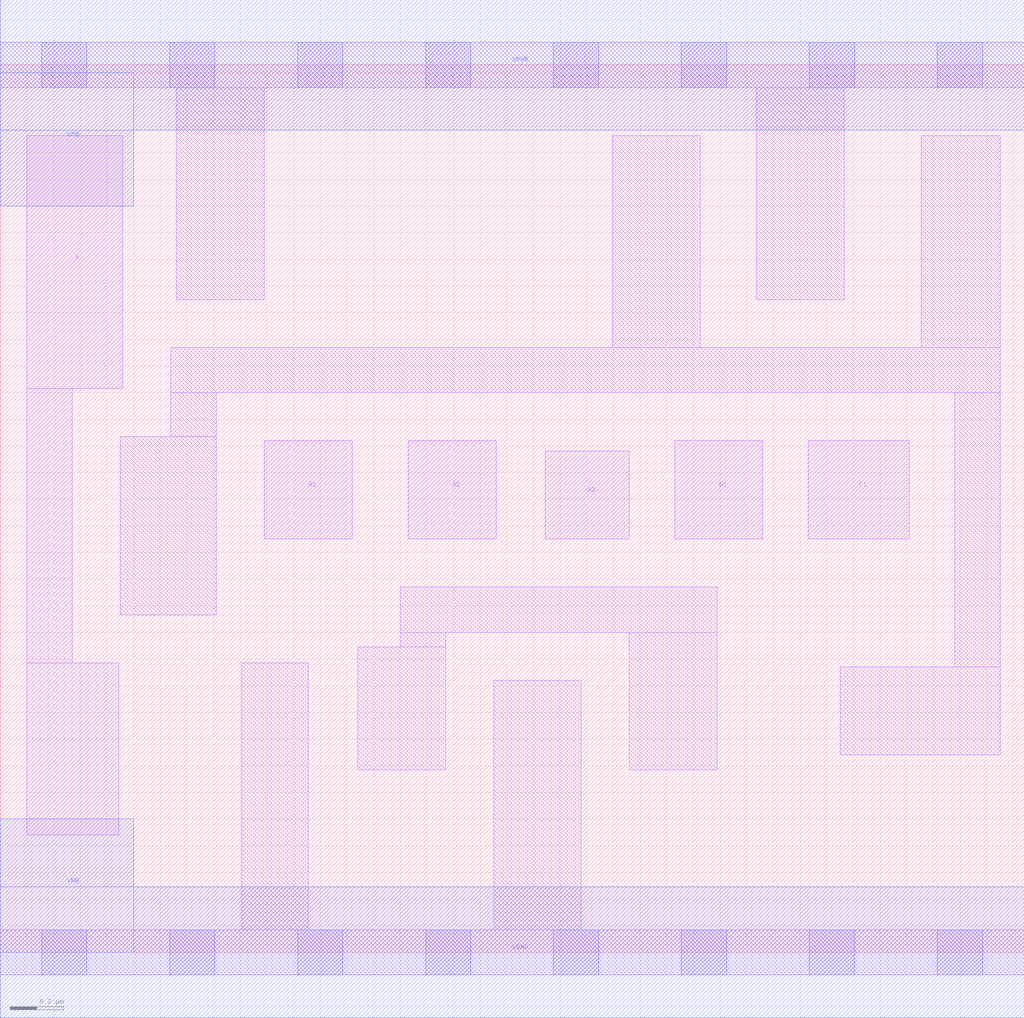
<source format=lef>
# Copyright 2020 The SkyWater PDK Authors
#
# Licensed under the Apache License, Version 2.0 (the "License");
# you may not use this file except in compliance with the License.
# You may obtain a copy of the License at
#
#     https://www.apache.org/licenses/LICENSE-2.0
#
# Unless required by applicable law or agreed to in writing, software
# distributed under the License is distributed on an "AS IS" BASIS,
# WITHOUT WARRANTIES OR CONDITIONS OF ANY KIND, either express or implied.
# See the License for the specific language governing permissions and
# limitations under the License.
#
# SPDX-License-Identifier: Apache-2.0

VERSION 5.5 ;
NAMESCASESENSITIVE ON ;
BUSBITCHARS "[]" ;
DIVIDERCHAR "/" ;
MACRO sky130_fd_sc_lp__o311a_lp
  CLASS CORE ;
  SOURCE USER ;
  ORIGIN  0.000000  0.000000 ;
  SIZE  3.840000 BY  3.330000 ;
  SYMMETRY X Y R90 ;
  SITE unit ;
  PIN A1
    ANTENNAGATEAREA  0.313000 ;
    DIRECTION INPUT ;
    USE SIGNAL ;
    PORT
      LAYER li1 ;
        RECT 0.990000 1.550000 1.320000 1.920000 ;
    END
  END A1
  PIN A2
    ANTENNAGATEAREA  0.313000 ;
    DIRECTION INPUT ;
    USE SIGNAL ;
    PORT
      LAYER li1 ;
        RECT 1.530000 1.550000 1.860000 1.920000 ;
    END
  END A2
  PIN A3
    ANTENNAGATEAREA  0.313000 ;
    DIRECTION INPUT ;
    USE SIGNAL ;
    PORT
      LAYER li1 ;
        RECT 2.045000 1.550000 2.360000 1.880000 ;
    END
  END A3
  PIN B1
    ANTENNAGATEAREA  0.313000 ;
    DIRECTION INPUT ;
    USE SIGNAL ;
    PORT
      LAYER li1 ;
        RECT 2.530000 1.550000 2.860000 1.920000 ;
    END
  END B1
  PIN C1
    ANTENNAGATEAREA  0.313000 ;
    DIRECTION INPUT ;
    USE SIGNAL ;
    PORT
      LAYER li1 ;
        RECT 3.030000 1.550000 3.410000 1.920000 ;
    END
  END C1
  PIN X
    ANTENNADIFFAREA  0.404700 ;
    DIRECTION OUTPUT ;
    USE SIGNAL ;
    PORT
      LAYER li1 ;
        RECT 0.100000 0.440000 0.445000 1.085000 ;
        RECT 0.100000 1.085000 0.270000 2.115000 ;
        RECT 0.100000 2.115000 0.460000 3.065000 ;
    END
  END X
  PIN VGND
    DIRECTION INOUT ;
    USE GROUND ;
    PORT
      LAYER met1 ;
        RECT 0.000000 -0.245000 3.840000 0.245000 ;
    END
  END VGND
  PIN VNB
    DIRECTION INOUT ;
    USE GROUND ;
    PORT
    END
  END VNB
  PIN VPB
    DIRECTION INOUT ;
    USE POWER ;
    PORT
    END
  END VPB
  PIN VNB
    DIRECTION INOUT ;
    USE GROUND ;
    PORT
      LAYER met1 ;
        RECT 0.000000 0.000000 0.500000 0.500000 ;
    END
  END VNB
  PIN VPB
    DIRECTION INOUT ;
    USE POWER ;
    PORT
      LAYER met1 ;
        RECT 0.000000 2.800000 0.500000 3.300000 ;
    END
  END VPB
  PIN VPWR
    DIRECTION INOUT ;
    USE POWER ;
    PORT
      LAYER met1 ;
        RECT 0.000000 3.085000 3.840000 3.575000 ;
    END
  END VPWR
  OBS
    LAYER li1 ;
      RECT 0.000000 -0.085000 3.840000 0.085000 ;
      RECT 0.000000  3.245000 3.840000 3.415000 ;
      RECT 0.450000  1.265000 0.810000 1.935000 ;
      RECT 0.640000  1.935000 0.810000 2.100000 ;
      RECT 0.640000  2.100000 3.750000 2.270000 ;
      RECT 0.660000  2.450000 0.990000 3.245000 ;
      RECT 0.905000  0.085000 1.155000 1.085000 ;
      RECT 1.340000  0.685000 1.670000 1.145000 ;
      RECT 1.500000  1.145000 1.670000 1.200000 ;
      RECT 1.500000  1.200000 2.690000 1.370000 ;
      RECT 1.850000  0.085000 2.180000 1.020000 ;
      RECT 2.295000  2.270000 2.625000 3.065000 ;
      RECT 2.360000  0.685000 2.690000 1.200000 ;
      RECT 2.835000  2.450000 3.165000 3.245000 ;
      RECT 3.150000  0.740000 3.750000 1.070000 ;
      RECT 3.455000  2.270000 3.750000 3.065000 ;
      RECT 3.580000  1.070000 3.750000 2.100000 ;
    LAYER mcon ;
      RECT 0.155000 -0.085000 0.325000 0.085000 ;
      RECT 0.155000  3.245000 0.325000 3.415000 ;
      RECT 0.635000 -0.085000 0.805000 0.085000 ;
      RECT 0.635000  3.245000 0.805000 3.415000 ;
      RECT 1.115000 -0.085000 1.285000 0.085000 ;
      RECT 1.115000  3.245000 1.285000 3.415000 ;
      RECT 1.595000 -0.085000 1.765000 0.085000 ;
      RECT 1.595000  3.245000 1.765000 3.415000 ;
      RECT 2.075000 -0.085000 2.245000 0.085000 ;
      RECT 2.075000  3.245000 2.245000 3.415000 ;
      RECT 2.555000 -0.085000 2.725000 0.085000 ;
      RECT 2.555000  3.245000 2.725000 3.415000 ;
      RECT 3.035000 -0.085000 3.205000 0.085000 ;
      RECT 3.035000  3.245000 3.205000 3.415000 ;
      RECT 3.515000 -0.085000 3.685000 0.085000 ;
      RECT 3.515000  3.245000 3.685000 3.415000 ;
  END
END sky130_fd_sc_lp__o311a_lp
END LIBRARY

</source>
